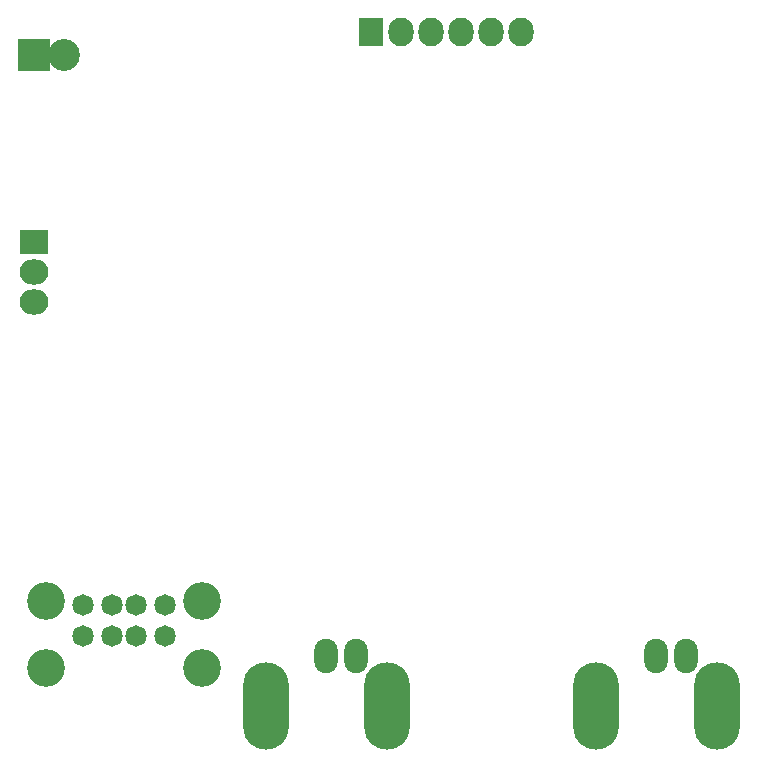
<source format=gbs>
G04 #@! TF.FileFunction,Soldermask,Bot*
%FSLAX46Y46*%
G04 Gerber Fmt 4.6, Leading zero omitted, Abs format (unit mm)*
G04 Created by KiCad (PCBNEW 4.0.1-stable) date 8/18/2016 11:15:10 PM*
%MOMM*%
G01*
G04 APERTURE LIST*
%ADD10C,0.127000*%
%ADD11R,2.432000X2.127200*%
%ADD12O,2.432000X2.127200*%
%ADD13R,2.700000X2.700000*%
%ADD14C,2.700000*%
%ADD15C,1.820000*%
%ADD16C,3.200000*%
%ADD17O,3.900120X7.400240*%
%ADD18O,2.000200X2.899360*%
%ADD19R,2.127200X2.432000*%
%ADD20O,2.127200X2.432000*%
G04 APERTURE END LIST*
D10*
D11*
X5080000Y49530000D03*
D12*
X5080000Y46990000D03*
X5080000Y44450000D03*
D13*
X5080000Y65405000D03*
D14*
X7620000Y65405000D03*
D15*
X9200000Y18805005D03*
X11700000Y18805005D03*
X13700000Y18805005D03*
X16200000Y18805005D03*
X9200000Y16185005D03*
X11700000Y16185005D03*
X13700000Y16185005D03*
X16200000Y16185005D03*
D16*
X19270000Y13475005D03*
X19270000Y19155005D03*
X6130000Y19155005D03*
X6130000Y13475005D03*
D17*
X34942780Y10261600D03*
X24744680Y10261600D03*
D18*
X29845000Y14526260D03*
X32344360Y14526260D03*
D17*
X62882780Y10261600D03*
X52684680Y10261600D03*
D18*
X57785000Y14526260D03*
X60284360Y14526260D03*
D19*
X33655000Y67310000D03*
D20*
X36195000Y67310000D03*
X38735000Y67310000D03*
X41275000Y67310000D03*
X43815000Y67310000D03*
X46355000Y67310000D03*
M02*

</source>
